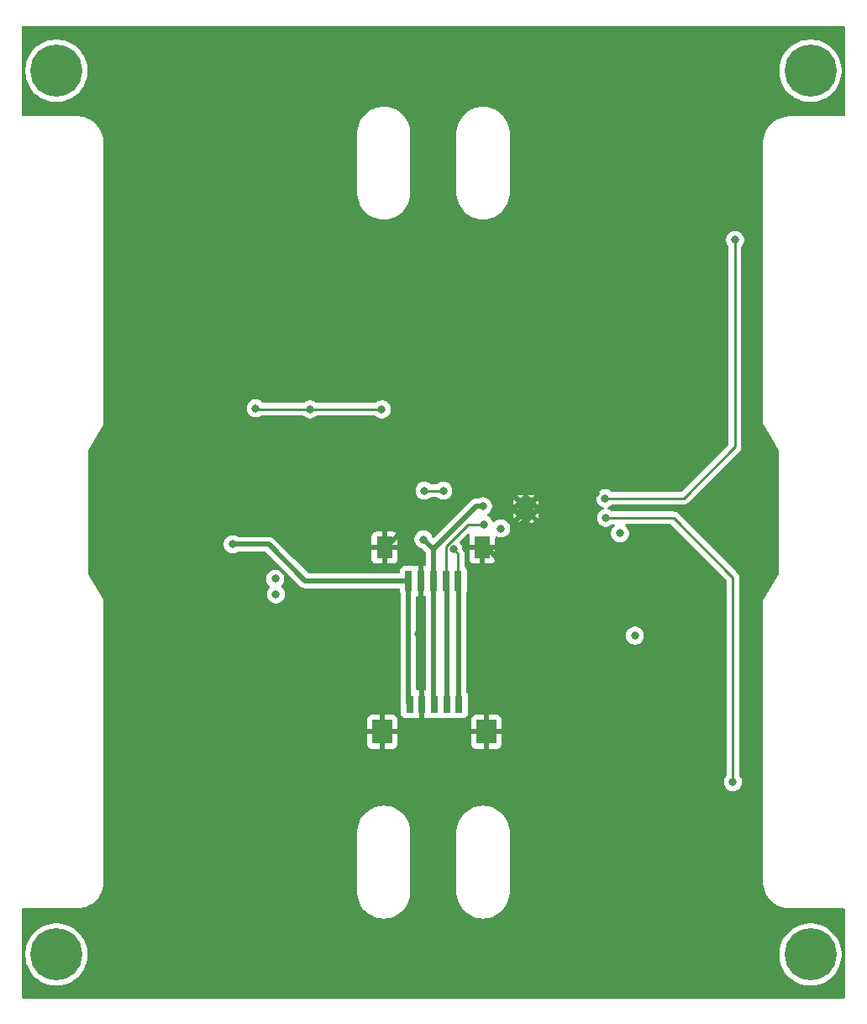
<source format=gbr>
%TF.GenerationSoftware,KiCad,Pcbnew,9.0.0*%
%TF.CreationDate,2025-04-09T20:42:11-07:00*%
%TF.ProjectId,xy_faces_v2,78795f66-6163-4657-935f-76322e6b6963,3.0*%
%TF.SameCoordinates,Original*%
%TF.FileFunction,Copper,L4,Bot*%
%TF.FilePolarity,Positive*%
%FSLAX46Y46*%
G04 Gerber Fmt 4.6, Leading zero omitted, Abs format (unit mm)*
G04 Created by KiCad (PCBNEW 9.0.0) date 2025-04-09 20:42:11*
%MOMM*%
%LPD*%
G01*
G04 APERTURE LIST*
%TA.AperFunction,SMDPad,CuDef*%
%ADD10R,0.730000X1.800000*%
%TD*%
%TA.AperFunction,SMDPad,CuDef*%
%ADD11R,0.700000X1.800000*%
%TD*%
%TA.AperFunction,SMDPad,CuDef*%
%ADD12R,2.000000X2.400000*%
%TD*%
%TA.AperFunction,SMDPad,CuDef*%
%ADD13R,0.700000X2.000000*%
%TD*%
%TA.AperFunction,SMDPad,CuDef*%
%ADD14R,1.600000X2.200000*%
%TD*%
%TA.AperFunction,ComponentPad*%
%ADD15C,5.250000*%
%TD*%
%TA.AperFunction,HeatsinkPad*%
%ADD16C,0.500000*%
%TD*%
%TA.AperFunction,HeatsinkPad*%
%ADD17R,1.600000X1.800000*%
%TD*%
%TA.AperFunction,ViaPad*%
%ADD18C,0.800000*%
%TD*%
%TA.AperFunction,Conductor*%
%ADD19C,0.500000*%
%TD*%
%TA.AperFunction,Conductor*%
%ADD20C,0.250000*%
%TD*%
G04 APERTURE END LIST*
D10*
%TO.P,CN2,1,1*%
%TO.N,SDA*%
X147085000Y-134100000D03*
D11*
%TO.P,CN2,2,2*%
%TO.N,SCL*%
X145850000Y-134100001D03*
%TO.P,CN2,3,3*%
%TO.N,+3V3*%
X144600000Y-134100000D03*
%TO.P,CN2,4,4*%
%TO.N,GND*%
X143350000Y-134100001D03*
%TO.P,CN2,5,5*%
%TO.N,VSOLAR*%
X142100000Y-134100000D03*
D12*
%TO.P,CN2,6,6*%
%TO.N,GND*%
X139349999Y-136880000D03*
%TO.P,CN2,7,7*%
X149850001Y-136880000D03*
%TD*%
D13*
%TO.P,CN1,1,1*%
%TO.N,SDA*%
X147000000Y-121660000D03*
%TO.P,CN1,2,2*%
%TO.N,SCL*%
X145750000Y-121660000D03*
%TO.P,CN1,3,3*%
%TO.N,+3V3*%
X144500000Y-121660000D03*
%TO.P,CN1,4,4*%
%TO.N,GND*%
X143250000Y-121660000D03*
%TO.P,CN1,5,5*%
%TO.N,VSOLAR*%
X142000000Y-121660000D03*
D14*
%TO.P,CN1,6,6*%
%TO.N,GND*%
X139580000Y-118340000D03*
%TO.P,CN1,7,7*%
X149420000Y-118340000D03*
%TD*%
D15*
%TO.P,J2,1,Pin_1*%
%TO.N,unconnected-(J2-Pin_1-Pad1)*%
X106500000Y-70300000D03*
%TD*%
%TO.P,J3,1,Pin_1*%
%TO.N,unconnected-(J3-Pin_1-Pad1)*%
X106500000Y-159300000D03*
%TD*%
%TO.P,J4,1,Pin_1*%
%TO.N,unconnected-(J4-Pin_1-Pad1)*%
X182500000Y-70300000D03*
%TD*%
%TO.P,J5,1,Pin_1*%
%TO.N,unconnected-(J5-Pin_1-Pad1)*%
X182500000Y-159300000D03*
%TD*%
D16*
%TO.P,U2,9,EP/GND*%
%TO.N,GND*%
X154375000Y-115070000D03*
X154375000Y-113770000D03*
D17*
X153825000Y-114420000D03*
D16*
X153275000Y-115070000D03*
X153275000Y-113770000D03*
%TD*%
D18*
%TO.N,+3V3*%
X143500000Y-117500000D03*
%TO.N,GND*%
X151000000Y-119500000D03*
X141000000Y-117000000D03*
X143000000Y-119425000D03*
X150000000Y-131000000D03*
X139500000Y-129500000D03*
X143000000Y-127000000D03*
X168000000Y-156390000D03*
X160825000Y-112900000D03*
X157100000Y-110000000D03*
X144450000Y-156250000D03*
X153400000Y-116000000D03*
X149675000Y-112100000D03*
X121120000Y-156220000D03*
X124150000Y-116450000D03*
X137912500Y-112600000D03*
X160750000Y-114500000D03*
%TO.N,+3V3*%
X143600000Y-112600000D03*
X139300000Y-104410000D03*
X149500000Y-114160000D03*
X151300000Y-116400000D03*
X163300000Y-116900000D03*
X126600000Y-104300000D03*
X132050000Y-104410000D03*
X145500000Y-112600000D03*
%TO.N,VSOLAR*%
X124270000Y-118000000D03*
%TO.N,SDA*%
X146500000Y-118500000D03*
X128560000Y-121470000D03*
%TO.N,SCL*%
X128630000Y-123030000D03*
X149600000Y-115990000D03*
%TO.N,Net-(U3-OUT+)*%
X161890000Y-115330000D03*
X174680000Y-141950000D03*
X161820000Y-113350000D03*
X164800000Y-127190000D03*
X174900000Y-87350000D03*
%TD*%
D19*
%TO.N,+3V3*%
X144500000Y-118500000D02*
X143500000Y-117500000D01*
X144500000Y-121660000D02*
X144500000Y-118500000D01*
X144500000Y-118500000D02*
X148840000Y-114160000D01*
X148840000Y-114160000D02*
X149500000Y-114160000D01*
%TO.N,GND*%
X143000000Y-127000000D02*
X143000000Y-130800000D01*
X143000000Y-130800000D02*
X143350000Y-131150000D01*
X143350000Y-131150000D02*
X143350000Y-134100001D01*
X139500000Y-129500000D02*
X139500000Y-131000000D01*
X139500000Y-131000000D02*
X139349999Y-131150001D01*
X139349999Y-131150001D02*
X139349999Y-136880000D01*
%TO.N,VSOLAR*%
X127930000Y-118000000D02*
X131590000Y-121660000D01*
X131590000Y-121660000D02*
X142000000Y-121660000D01*
D20*
%TO.N,SCL*%
X149600000Y-115990000D02*
X147983280Y-115990000D01*
X145750000Y-118223280D02*
X145750000Y-121660000D01*
X147983280Y-115990000D02*
X145750000Y-118223280D01*
%TO.N,SDA*%
X146500000Y-118500000D02*
X147000000Y-119000000D01*
X147000000Y-119000000D02*
X147000000Y-121660000D01*
D19*
%TO.N,GND*%
X149840000Y-118340000D02*
X151000000Y-119500000D01*
X149420000Y-118340000D02*
X149840000Y-118340000D01*
X139660000Y-118340000D02*
X141000000Y-117000000D01*
X139580000Y-118340000D02*
X139660000Y-118340000D01*
X143250000Y-119675000D02*
X143000000Y-119425000D01*
X143250000Y-121660000D02*
X143250000Y-119675000D01*
%TO.N,SDA*%
X147085000Y-134100000D02*
X147085000Y-121745000D01*
X147085000Y-121745000D02*
X147000000Y-121660000D01*
%TO.N,SCL*%
X145850000Y-134100001D02*
X145850000Y-121760000D01*
X145850000Y-121760000D02*
X145750000Y-121660000D01*
%TO.N,+3V3*%
X144600000Y-134100000D02*
X144500000Y-134000000D01*
X144500000Y-134000000D02*
X144500000Y-121660000D01*
%TO.N,GND*%
X149850001Y-131149999D02*
X150000000Y-131000000D01*
X149850001Y-136880000D02*
X149850001Y-131149999D01*
%TO.N,VSOLAR*%
X142000000Y-121660000D02*
X142000000Y-134000000D01*
X142000000Y-134000000D02*
X142100000Y-134100000D01*
D20*
%TO.N,+3V3*%
X139300000Y-104410000D02*
X132050000Y-104410000D01*
X132050000Y-104410000D02*
X126710000Y-104410000D01*
X126710000Y-104410000D02*
X126600000Y-104300000D01*
X143600000Y-112600000D02*
X145500000Y-112600000D01*
D19*
%TO.N,VSOLAR*%
X124270000Y-118000000D02*
X127930000Y-118000000D01*
D20*
%TO.N,Net-(U3-OUT+)*%
X161820000Y-113350000D02*
X169720000Y-113350000D01*
X169720000Y-113350000D02*
X174900000Y-108170000D01*
X174900000Y-108170000D02*
X174900000Y-87350000D01*
X174680000Y-121310000D02*
X174680000Y-141950000D01*
X168700000Y-115330000D02*
X174680000Y-121310000D01*
X161890000Y-115330000D02*
X168700000Y-115330000D01*
%TD*%
%TA.AperFunction,Conductor*%
%TO.N,GND*%
G36*
X185916621Y-65795502D02*
G01*
X185963114Y-65849158D01*
X185974500Y-65901500D01*
X185974500Y-74773500D01*
X185954498Y-74841621D01*
X185900842Y-74888114D01*
X185848500Y-74899500D01*
X180413112Y-74899500D01*
X180412427Y-74899498D01*
X180400600Y-74899433D01*
X180269453Y-74898720D01*
X180269452Y-74898720D01*
X180269447Y-74898720D01*
X180076259Y-74919477D01*
X179969787Y-74930918D01*
X179969783Y-74930918D01*
X179969781Y-74930919D01*
X179969775Y-74930920D01*
X179675661Y-74996622D01*
X179675645Y-74996626D01*
X179390770Y-75095007D01*
X179390758Y-75095012D01*
X179118766Y-75224817D01*
X178863092Y-75384407D01*
X178626999Y-75571746D01*
X178413483Y-75784456D01*
X178225255Y-76019835D01*
X178064696Y-76274911D01*
X177933861Y-76546415D01*
X177933859Y-76546422D01*
X177834402Y-76830918D01*
X177834397Y-76830932D01*
X177767583Y-77124802D01*
X177767582Y-77124809D01*
X177734250Y-77424355D01*
X177734475Y-77559392D01*
X177734500Y-77574446D01*
X177734500Y-105946971D01*
X177732735Y-105954293D01*
X177734500Y-105957179D01*
X177734500Y-105960564D01*
X177735738Y-105963554D01*
X177747635Y-105978659D01*
X178502617Y-107213220D01*
X179305993Y-108526915D01*
X179324500Y-108592650D01*
X179324500Y-120957348D01*
X179305993Y-121023084D01*
X177747632Y-123571344D01*
X177739823Y-123584113D01*
X177734500Y-123589438D01*
X177734500Y-123592819D01*
X177732734Y-123595707D01*
X177732230Y-123598906D01*
X177734500Y-123618003D01*
X177734500Y-151952482D01*
X177734225Y-152125650D01*
X177734225Y-152125652D01*
X177767574Y-152425179D01*
X177767575Y-152425187D01*
X177833273Y-152714067D01*
X177834410Y-152719067D01*
X177932134Y-152998571D01*
X177933886Y-153003580D01*
X178064724Y-153275068D01*
X178225285Y-153530133D01*
X178413508Y-153765503D01*
X178413514Y-153765510D01*
X178413515Y-153765511D01*
X178627031Y-153978221D01*
X178863120Y-154165562D01*
X179118786Y-154325154D01*
X179390783Y-154454971D01*
X179675656Y-154553366D01*
X179969791Y-154619090D01*
X180269452Y-154651307D01*
X180419585Y-154650502D01*
X180420261Y-154650500D01*
X185848500Y-154650500D01*
X185916621Y-154670502D01*
X185963114Y-154724158D01*
X185974500Y-154776500D01*
X185974500Y-163598500D01*
X185954498Y-163666621D01*
X185900842Y-163713114D01*
X185848500Y-163724500D01*
X103151500Y-163724500D01*
X103083379Y-163704498D01*
X103036886Y-163650842D01*
X103025500Y-163598500D01*
X103025500Y-159124024D01*
X103366500Y-159124024D01*
X103366500Y-159475975D01*
X103405906Y-159825711D01*
X103484223Y-160168837D01*
X103600455Y-160501010D01*
X103600466Y-160501037D01*
X103753163Y-160818116D01*
X103753168Y-160818125D01*
X103940414Y-161116124D01*
X104159844Y-161391283D01*
X104408716Y-161640155D01*
X104683875Y-161859585D01*
X104683877Y-161859586D01*
X104981879Y-162046834D01*
X105298972Y-162199538D01*
X105298988Y-162199543D01*
X105298989Y-162199544D01*
X105631162Y-162315776D01*
X105631165Y-162315776D01*
X105631169Y-162315778D01*
X105974292Y-162394094D01*
X106222284Y-162422036D01*
X106324024Y-162433500D01*
X106324026Y-162433500D01*
X106675976Y-162433500D01*
X106764795Y-162423492D01*
X107025708Y-162394094D01*
X107368831Y-162315778D01*
X107701028Y-162199538D01*
X108018121Y-162046834D01*
X108316123Y-161859586D01*
X108371155Y-161815699D01*
X108591283Y-161640155D01*
X108840155Y-161391283D01*
X109059585Y-161116124D01*
X109246831Y-160818125D01*
X109246834Y-160818121D01*
X109399538Y-160501028D01*
X109515778Y-160168831D01*
X109594094Y-159825708D01*
X109633500Y-159475974D01*
X109633500Y-159124026D01*
X109633500Y-159124024D01*
X179366500Y-159124024D01*
X179366500Y-159475975D01*
X179405906Y-159825711D01*
X179484223Y-160168837D01*
X179600455Y-160501010D01*
X179600466Y-160501037D01*
X179753163Y-160818116D01*
X179753168Y-160818125D01*
X179940414Y-161116124D01*
X180159844Y-161391283D01*
X180408716Y-161640155D01*
X180683875Y-161859585D01*
X180683877Y-161859586D01*
X180981879Y-162046834D01*
X181298972Y-162199538D01*
X181298988Y-162199543D01*
X181298989Y-162199544D01*
X181631162Y-162315776D01*
X181631165Y-162315776D01*
X181631169Y-162315778D01*
X181974292Y-162394094D01*
X182222284Y-162422036D01*
X182324024Y-162433500D01*
X182324026Y-162433500D01*
X182675976Y-162433500D01*
X182764795Y-162423492D01*
X183025708Y-162394094D01*
X183368831Y-162315778D01*
X183701028Y-162199538D01*
X184018121Y-162046834D01*
X184316123Y-161859586D01*
X184371155Y-161815699D01*
X184591283Y-161640155D01*
X184840155Y-161391283D01*
X185059585Y-161116124D01*
X185246831Y-160818125D01*
X185246834Y-160818121D01*
X185399538Y-160501028D01*
X185515778Y-160168831D01*
X185594094Y-159825708D01*
X185633500Y-159475974D01*
X185633500Y-159124026D01*
X185594094Y-158774292D01*
X185515778Y-158431169D01*
X185399538Y-158098972D01*
X185246834Y-157781879D01*
X185059586Y-157483877D01*
X185059585Y-157483875D01*
X184840155Y-157208716D01*
X184591283Y-156959844D01*
X184316124Y-156740414D01*
X184018125Y-156553168D01*
X184018116Y-156553163D01*
X183701037Y-156400466D01*
X183701032Y-156400464D01*
X183701028Y-156400462D01*
X183701022Y-156400459D01*
X183701010Y-156400455D01*
X183368837Y-156284223D01*
X183025711Y-156205906D01*
X182675976Y-156166500D01*
X182675974Y-156166500D01*
X182324026Y-156166500D01*
X182324024Y-156166500D01*
X181974288Y-156205906D01*
X181631162Y-156284223D01*
X181298989Y-156400455D01*
X181298962Y-156400466D01*
X180981883Y-156553163D01*
X180981874Y-156553168D01*
X180683875Y-156740414D01*
X180408716Y-156959844D01*
X180159844Y-157208716D01*
X179940414Y-157483875D01*
X179753168Y-157781874D01*
X179753163Y-157781883D01*
X179600466Y-158098962D01*
X179600455Y-158098989D01*
X179484223Y-158431162D01*
X179405906Y-158774288D01*
X179366500Y-159124024D01*
X109633500Y-159124024D01*
X109594094Y-158774292D01*
X109515778Y-158431169D01*
X109399538Y-158098972D01*
X109246834Y-157781879D01*
X109059586Y-157483877D01*
X109059585Y-157483875D01*
X108840155Y-157208716D01*
X108591283Y-156959844D01*
X108316124Y-156740414D01*
X108018125Y-156553168D01*
X108018116Y-156553163D01*
X107701037Y-156400466D01*
X107701032Y-156400464D01*
X107701028Y-156400462D01*
X107701022Y-156400459D01*
X107701010Y-156400455D01*
X107368837Y-156284223D01*
X107025711Y-156205906D01*
X106675976Y-156166500D01*
X106675974Y-156166500D01*
X106324026Y-156166500D01*
X106324024Y-156166500D01*
X105974288Y-156205906D01*
X105631162Y-156284223D01*
X105298989Y-156400455D01*
X105298962Y-156400466D01*
X104981883Y-156553163D01*
X104981874Y-156553168D01*
X104683875Y-156740414D01*
X104408716Y-156959844D01*
X104159844Y-157208716D01*
X103940414Y-157483875D01*
X103753168Y-157781874D01*
X103753163Y-157781883D01*
X103600466Y-158098962D01*
X103600455Y-158098989D01*
X103484223Y-158431162D01*
X103405906Y-158774288D01*
X103366500Y-159124024D01*
X103025500Y-159124024D01*
X103025500Y-154771500D01*
X103045502Y-154703379D01*
X103099158Y-154656886D01*
X103151500Y-154645500D01*
X108579855Y-154645500D01*
X108586765Y-154645500D01*
X108587445Y-154645502D01*
X108588434Y-154645507D01*
X108730547Y-154646275D01*
X109030208Y-154614068D01*
X109226298Y-154570257D01*
X109324340Y-154548353D01*
X109324343Y-154548352D01*
X109373203Y-154531477D01*
X109609218Y-154449964D01*
X109881216Y-154320151D01*
X110136883Y-154160562D01*
X110372972Y-153973224D01*
X110586488Y-153760514D01*
X110774717Y-153525134D01*
X110935271Y-153270073D01*
X111066112Y-152998568D01*
X111165577Y-152714067D01*
X111232403Y-152420182D01*
X111265744Y-152120645D01*
X111265500Y-151970567D01*
X111265500Y-146844167D01*
X136824500Y-146844167D01*
X136824500Y-153155832D01*
X136860681Y-153465378D01*
X136860682Y-153465384D01*
X136876028Y-153530133D01*
X136930629Y-153760513D01*
X136932557Y-153768645D01*
X136932558Y-153768650D01*
X137039146Y-154061497D01*
X137039151Y-154061509D01*
X137179024Y-154340021D01*
X137350279Y-154600400D01*
X137550610Y-154839147D01*
X137777310Y-155053028D01*
X137920893Y-155159921D01*
X138027297Y-155239136D01*
X138297203Y-155394966D01*
X138583374Y-155518408D01*
X138881942Y-155607793D01*
X139188867Y-155661913D01*
X139500000Y-155680034D01*
X139811133Y-155661913D01*
X140118058Y-155607793D01*
X140416626Y-155518408D01*
X140702797Y-155394966D01*
X140972703Y-155239136D01*
X141222693Y-155053025D01*
X141449386Y-154839151D01*
X141649717Y-154600405D01*
X141820978Y-154340017D01*
X141960850Y-154061507D01*
X142067444Y-153768642D01*
X142139318Y-153465383D01*
X142175500Y-153155830D01*
X142175500Y-153000000D01*
X142175500Y-152991715D01*
X142175500Y-146989438D01*
X142175500Y-146844170D01*
X142175500Y-146844167D01*
X146824500Y-146844167D01*
X146824500Y-153155832D01*
X146860681Y-153465378D01*
X146860682Y-153465384D01*
X146876028Y-153530133D01*
X146930629Y-153760513D01*
X146932557Y-153768645D01*
X146932558Y-153768650D01*
X147039146Y-154061497D01*
X147039151Y-154061509D01*
X147179024Y-154340021D01*
X147350279Y-154600400D01*
X147550610Y-154839147D01*
X147777310Y-155053028D01*
X147920893Y-155159921D01*
X148027297Y-155239136D01*
X148297203Y-155394966D01*
X148583374Y-155518408D01*
X148881942Y-155607793D01*
X149188867Y-155661913D01*
X149500000Y-155680034D01*
X149811133Y-155661913D01*
X150118058Y-155607793D01*
X150416626Y-155518408D01*
X150702797Y-155394966D01*
X150972703Y-155239136D01*
X151222693Y-155053025D01*
X151449386Y-154839151D01*
X151649717Y-154600405D01*
X151820978Y-154340017D01*
X151960850Y-154061507D01*
X152067444Y-153768642D01*
X152139318Y-153465383D01*
X152175500Y-153155830D01*
X152175500Y-153000000D01*
X152175500Y-152991715D01*
X152175500Y-146989438D01*
X152175500Y-146844170D01*
X152139318Y-146534617D01*
X152067444Y-146231358D01*
X151960850Y-145938493D01*
X151820978Y-145659983D01*
X151820975Y-145659978D01*
X151649720Y-145399599D01*
X151449389Y-145160852D01*
X151222689Y-144946971D01*
X150972718Y-144760875D01*
X150972715Y-144760873D01*
X150972703Y-144760864D01*
X150702797Y-144605034D01*
X150702798Y-144605034D01*
X150702794Y-144605032D01*
X150416633Y-144481595D01*
X150416632Y-144481594D01*
X150416626Y-144481592D01*
X150118058Y-144392207D01*
X150118059Y-144392207D01*
X150023309Y-144375500D01*
X149811133Y-144338087D01*
X149811129Y-144338086D01*
X149811125Y-144338086D01*
X149500000Y-144319966D01*
X149188877Y-144338086D01*
X149188871Y-144338086D01*
X148881941Y-144392207D01*
X148754360Y-144430402D01*
X148583374Y-144481592D01*
X148583372Y-144481593D01*
X148583366Y-144481595D01*
X148297205Y-144605032D01*
X148297200Y-144605035D01*
X148027308Y-144760857D01*
X148027281Y-144760875D01*
X147777310Y-144946971D01*
X147550610Y-145160852D01*
X147350279Y-145399599D01*
X147179024Y-145659978D01*
X147039151Y-145938490D01*
X147039146Y-145938502D01*
X146932558Y-146231349D01*
X146932557Y-146231354D01*
X146860682Y-146534615D01*
X146860681Y-146534621D01*
X146824500Y-146844167D01*
X142175500Y-146844167D01*
X142139318Y-146534617D01*
X142067444Y-146231358D01*
X141960850Y-145938493D01*
X141820978Y-145659983D01*
X141820975Y-145659978D01*
X141649720Y-145399599D01*
X141449389Y-145160852D01*
X141222689Y-144946971D01*
X140972718Y-144760875D01*
X140972715Y-144760873D01*
X140972703Y-144760864D01*
X140702797Y-144605034D01*
X140702798Y-144605034D01*
X140702794Y-144605032D01*
X140416633Y-144481595D01*
X140416632Y-144481594D01*
X140416626Y-144481592D01*
X140118058Y-144392207D01*
X140118059Y-144392207D01*
X140023309Y-144375500D01*
X139811133Y-144338087D01*
X139811129Y-144338086D01*
X139811125Y-144338086D01*
X139500000Y-144319966D01*
X139188877Y-144338086D01*
X139188871Y-144338086D01*
X138881941Y-144392207D01*
X138754360Y-144430402D01*
X138583374Y-144481592D01*
X138583372Y-144481593D01*
X138583366Y-144481595D01*
X138297205Y-144605032D01*
X138297200Y-144605035D01*
X138027308Y-144760857D01*
X138027281Y-144760875D01*
X137777310Y-144946971D01*
X137550610Y-145160852D01*
X137350279Y-145399599D01*
X137179024Y-145659978D01*
X137039151Y-145938490D01*
X137039146Y-145938502D01*
X136932558Y-146231349D01*
X136932557Y-146231354D01*
X136860682Y-146534615D01*
X136860681Y-146534621D01*
X136824500Y-146844167D01*
X111265500Y-146844167D01*
X111265500Y-138128597D01*
X137841999Y-138128597D01*
X137848504Y-138189093D01*
X137899554Y-138325964D01*
X137899554Y-138325965D01*
X137987094Y-138442904D01*
X138104033Y-138530444D01*
X138240905Y-138581494D01*
X138301401Y-138587999D01*
X138301414Y-138588000D01*
X139095999Y-138588000D01*
X139603999Y-138588000D01*
X140398584Y-138588000D01*
X140398596Y-138587999D01*
X140459092Y-138581494D01*
X140595963Y-138530444D01*
X140595964Y-138530444D01*
X140712903Y-138442904D01*
X140800443Y-138325965D01*
X140800443Y-138325964D01*
X140851493Y-138189093D01*
X140857998Y-138128597D01*
X148342001Y-138128597D01*
X148348506Y-138189093D01*
X148399556Y-138325964D01*
X148399556Y-138325965D01*
X148487096Y-138442904D01*
X148604035Y-138530444D01*
X148740907Y-138581494D01*
X148801403Y-138587999D01*
X148801416Y-138588000D01*
X149596001Y-138588000D01*
X150104001Y-138588000D01*
X150898586Y-138588000D01*
X150898598Y-138587999D01*
X150959094Y-138581494D01*
X151095965Y-138530444D01*
X151095966Y-138530444D01*
X151212905Y-138442904D01*
X151300445Y-138325965D01*
X151300445Y-138325964D01*
X151351495Y-138189093D01*
X151358000Y-138128597D01*
X151358001Y-138128585D01*
X151358001Y-137134000D01*
X150104001Y-137134000D01*
X150104001Y-138588000D01*
X149596001Y-138588000D01*
X149596001Y-137134000D01*
X148342001Y-137134000D01*
X148342001Y-138128597D01*
X140857998Y-138128597D01*
X140857999Y-138128585D01*
X140857999Y-137134000D01*
X139603999Y-137134000D01*
X139603999Y-138588000D01*
X139095999Y-138588000D01*
X139095999Y-137134000D01*
X137841999Y-137134000D01*
X137841999Y-138128597D01*
X111265500Y-138128597D01*
X111265500Y-135631402D01*
X137841999Y-135631402D01*
X137841999Y-136626000D01*
X139095999Y-136626000D01*
X139603999Y-136626000D01*
X140857999Y-136626000D01*
X140857999Y-135631414D01*
X140857998Y-135631402D01*
X148342001Y-135631402D01*
X148342001Y-136626000D01*
X149596001Y-136626000D01*
X150104001Y-136626000D01*
X151358001Y-136626000D01*
X151358001Y-135631414D01*
X151358000Y-135631402D01*
X151351495Y-135570906D01*
X151300445Y-135434035D01*
X151300445Y-135434034D01*
X151212905Y-135317095D01*
X151095966Y-135229555D01*
X150959094Y-135178505D01*
X150898598Y-135172000D01*
X150104001Y-135172000D01*
X150104001Y-136626000D01*
X149596001Y-136626000D01*
X149596001Y-135172000D01*
X148801403Y-135172000D01*
X148740907Y-135178505D01*
X148604036Y-135229555D01*
X148604035Y-135229555D01*
X148487096Y-135317095D01*
X148399556Y-135434034D01*
X148399556Y-135434035D01*
X148348506Y-135570906D01*
X148342001Y-135631402D01*
X140857998Y-135631402D01*
X140851493Y-135570906D01*
X140800443Y-135434035D01*
X140800443Y-135434034D01*
X140712903Y-135317095D01*
X140595964Y-135229555D01*
X140459092Y-135178505D01*
X140398596Y-135172000D01*
X139603999Y-135172000D01*
X139603999Y-136626000D01*
X139095999Y-136626000D01*
X139095999Y-135172000D01*
X138301401Y-135172000D01*
X138240905Y-135178505D01*
X138104034Y-135229555D01*
X138104033Y-135229555D01*
X137987094Y-135317095D01*
X137899554Y-135434034D01*
X137899554Y-135434035D01*
X137848504Y-135570906D01*
X137841999Y-135631402D01*
X111265500Y-135631402D01*
X111265500Y-123598028D01*
X111267265Y-123590707D01*
X111265500Y-123587820D01*
X111265500Y-123584438D01*
X111265500Y-123584437D01*
X111264260Y-123581444D01*
X111252363Y-123566339D01*
X109952066Y-121440067D01*
X109915649Y-121380518D01*
X127651500Y-121380518D01*
X127651500Y-121559481D01*
X127664452Y-121624594D01*
X127686413Y-121735000D01*
X127754898Y-121900336D01*
X127854322Y-122049135D01*
X127980865Y-122175678D01*
X127984279Y-122177959D01*
X128029805Y-122232437D01*
X128038651Y-122302881D01*
X128008008Y-122366924D01*
X128003370Y-122371817D01*
X127924320Y-122450867D01*
X127924319Y-122450869D01*
X127824899Y-122599662D01*
X127756414Y-122764996D01*
X127756413Y-122764999D01*
X127756413Y-122765000D01*
X127754052Y-122776868D01*
X127721500Y-122940518D01*
X127721500Y-122940521D01*
X127721500Y-123119479D01*
X127756413Y-123295000D01*
X127824898Y-123460336D01*
X127924322Y-123609135D01*
X128050865Y-123735678D01*
X128199664Y-123835102D01*
X128365000Y-123903587D01*
X128540521Y-123938500D01*
X128540522Y-123938500D01*
X128719478Y-123938500D01*
X128719479Y-123938500D01*
X128895000Y-123903587D01*
X129060336Y-123835102D01*
X129209135Y-123735678D01*
X129335678Y-123609135D01*
X129435102Y-123460336D01*
X129503587Y-123295000D01*
X129538500Y-123119479D01*
X129538500Y-122940521D01*
X129503587Y-122765000D01*
X129435102Y-122599664D01*
X129335678Y-122450865D01*
X129209135Y-122324322D01*
X129209133Y-122324320D01*
X129209130Y-122324318D01*
X129205723Y-122322042D01*
X129160195Y-122267565D01*
X129151348Y-122197122D01*
X129181989Y-122133078D01*
X129186593Y-122128219D01*
X129265678Y-122049135D01*
X129365102Y-121900336D01*
X129433587Y-121735000D01*
X129468500Y-121559479D01*
X129468500Y-121380521D01*
X129433587Y-121205000D01*
X129365102Y-121039664D01*
X129265678Y-120890865D01*
X129139135Y-120764322D01*
X128990336Y-120664898D01*
X128861061Y-120611350D01*
X128825003Y-120596414D01*
X128825001Y-120596413D01*
X128825000Y-120596413D01*
X128736645Y-120578838D01*
X128649481Y-120561500D01*
X128649479Y-120561500D01*
X128470521Y-120561500D01*
X128470518Y-120561500D01*
X128339771Y-120587507D01*
X128295000Y-120596413D01*
X128294999Y-120596413D01*
X128294996Y-120596414D01*
X128129662Y-120664899D01*
X127980869Y-120764319D01*
X127980862Y-120764324D01*
X127854324Y-120890862D01*
X127854319Y-120890869D01*
X127754899Y-121039662D01*
X127686414Y-121204996D01*
X127651500Y-121380518D01*
X109915649Y-121380518D01*
X109694007Y-121018084D01*
X109675500Y-120952348D01*
X109675500Y-117910518D01*
X123361500Y-117910518D01*
X123361500Y-117910521D01*
X123361500Y-118089479D01*
X123396413Y-118265000D01*
X123464898Y-118430336D01*
X123564322Y-118579135D01*
X123690865Y-118705678D01*
X123839664Y-118805102D01*
X124005000Y-118873587D01*
X124180521Y-118908500D01*
X124180522Y-118908500D01*
X124359478Y-118908500D01*
X124359479Y-118908500D01*
X124535000Y-118873587D01*
X124700336Y-118805102D01*
X124738300Y-118779734D01*
X124806053Y-118758520D01*
X124808302Y-118758500D01*
X127563629Y-118758500D01*
X127631750Y-118778502D01*
X127652724Y-118795405D01*
X131106477Y-122249159D01*
X131106481Y-122249162D01*
X131106485Y-122249166D01*
X131172836Y-122293500D01*
X131172837Y-122293501D01*
X131201776Y-122312837D01*
X131230716Y-122332174D01*
X131368754Y-122389351D01*
X131515294Y-122418500D01*
X131515295Y-122418500D01*
X131664705Y-122418500D01*
X141015500Y-122418500D01*
X141083621Y-122438502D01*
X141130114Y-122492158D01*
X141141500Y-122544500D01*
X141141500Y-122708649D01*
X141148009Y-122769196D01*
X141148011Y-122769201D01*
X141199111Y-122906204D01*
X141216367Y-122929255D01*
X141241179Y-122995774D01*
X141241500Y-123004765D01*
X141241500Y-135048649D01*
X141248009Y-135109196D01*
X141248011Y-135109204D01*
X141299110Y-135246202D01*
X141299112Y-135246207D01*
X141386738Y-135363261D01*
X141503792Y-135450887D01*
X141503794Y-135450888D01*
X141503796Y-135450889D01*
X141534036Y-135462168D01*
X141640795Y-135501988D01*
X141640803Y-135501990D01*
X141701350Y-135508499D01*
X141701355Y-135508499D01*
X141701362Y-135508500D01*
X141701368Y-135508500D01*
X142498632Y-135508500D01*
X142498638Y-135508500D01*
X142498645Y-135508499D01*
X142498649Y-135508499D01*
X142559196Y-135501990D01*
X142559199Y-135501989D01*
X142559201Y-135501989D01*
X142559204Y-135501988D01*
X142681681Y-135456306D01*
X142752497Y-135451240D01*
X142769747Y-135456305D01*
X142890907Y-135501495D01*
X142951402Y-135508000D01*
X142951415Y-135508001D01*
X143096000Y-135508001D01*
X143096000Y-132692001D01*
X142951397Y-132692001D01*
X142897968Y-132697746D01*
X142828100Y-132685140D01*
X142776138Y-132636762D01*
X142758500Y-132572468D01*
X142758500Y-123294000D01*
X142778502Y-123225879D01*
X142832158Y-123179386D01*
X142884500Y-123168000D01*
X142996000Y-123168000D01*
X142996000Y-120152000D01*
X142851402Y-120152000D01*
X142790905Y-120158505D01*
X142669746Y-120203695D01*
X142598930Y-120208759D01*
X142581681Y-120203694D01*
X142459204Y-120158011D01*
X142459196Y-120158009D01*
X142398649Y-120151500D01*
X142398638Y-120151500D01*
X141601362Y-120151500D01*
X141601350Y-120151500D01*
X141540803Y-120158009D01*
X141540795Y-120158011D01*
X141403797Y-120209110D01*
X141403792Y-120209112D01*
X141286738Y-120296738D01*
X141199112Y-120413792D01*
X141199110Y-120413797D01*
X141148011Y-120550795D01*
X141148009Y-120550803D01*
X141141500Y-120611350D01*
X141141500Y-120775500D01*
X141121498Y-120843621D01*
X141067842Y-120890114D01*
X141015500Y-120901500D01*
X131956371Y-120901500D01*
X131888250Y-120881498D01*
X131867276Y-120864595D01*
X130491278Y-119488597D01*
X138272000Y-119488597D01*
X138278505Y-119549093D01*
X138329555Y-119685964D01*
X138329555Y-119685965D01*
X138417095Y-119802904D01*
X138534034Y-119890444D01*
X138670906Y-119941494D01*
X138731402Y-119947999D01*
X138731415Y-119948000D01*
X139326000Y-119948000D01*
X139834000Y-119948000D01*
X140428585Y-119948000D01*
X140428597Y-119947999D01*
X140489093Y-119941494D01*
X140625964Y-119890444D01*
X140625965Y-119890444D01*
X140742904Y-119802904D01*
X140830444Y-119685965D01*
X140830444Y-119685964D01*
X140881494Y-119549093D01*
X140887999Y-119488597D01*
X140888000Y-119488585D01*
X140888000Y-118594000D01*
X139834000Y-118594000D01*
X139834000Y-119948000D01*
X139326000Y-119948000D01*
X139326000Y-118594000D01*
X138272000Y-118594000D01*
X138272000Y-119488597D01*
X130491278Y-119488597D01*
X128413519Y-117410838D01*
X128413515Y-117410834D01*
X128289284Y-117327826D01*
X128151247Y-117270649D01*
X128077976Y-117256074D01*
X128077975Y-117256073D01*
X128004711Y-117241500D01*
X128004706Y-117241500D01*
X124808302Y-117241500D01*
X124740181Y-117221498D01*
X124738300Y-117220265D01*
X124700337Y-117194899D01*
X124700338Y-117194899D01*
X124700336Y-117194898D01*
X124691896Y-117191402D01*
X138272000Y-117191402D01*
X138272000Y-118086000D01*
X139326000Y-118086000D01*
X139834000Y-118086000D01*
X140888000Y-118086000D01*
X140888000Y-117410518D01*
X142591500Y-117410518D01*
X142591500Y-117589481D01*
X142608838Y-117676645D01*
X142623061Y-117748150D01*
X142626414Y-117765003D01*
X142638559Y-117794322D01*
X142694898Y-117930336D01*
X142794322Y-118079135D01*
X142920865Y-118205678D01*
X143069664Y-118305102D01*
X143235000Y-118373587D01*
X143279783Y-118382494D01*
X143342692Y-118415401D01*
X143344297Y-118416978D01*
X143704595Y-118777276D01*
X143738621Y-118839588D01*
X143741500Y-118866371D01*
X143741500Y-120026000D01*
X143721498Y-120094121D01*
X143667842Y-120140614D01*
X143615500Y-120152000D01*
X143504000Y-120152000D01*
X143504000Y-123168000D01*
X143615500Y-123168000D01*
X143683621Y-123188002D01*
X143730114Y-123241658D01*
X143741500Y-123294000D01*
X143741500Y-132566001D01*
X143721498Y-132634122D01*
X143667842Y-132680615D01*
X143615500Y-132692001D01*
X143604000Y-132692001D01*
X143604000Y-135508001D01*
X143748585Y-135508001D01*
X143748597Y-135508000D01*
X143809092Y-135501495D01*
X143930253Y-135456305D01*
X144001069Y-135451240D01*
X144018319Y-135456306D01*
X144140795Y-135501988D01*
X144140803Y-135501990D01*
X144201350Y-135508499D01*
X144201355Y-135508499D01*
X144201362Y-135508500D01*
X144201368Y-135508500D01*
X144998632Y-135508500D01*
X144998638Y-135508500D01*
X144998645Y-135508499D01*
X144998649Y-135508499D01*
X145059196Y-135501990D01*
X145059201Y-135501989D01*
X145060525Y-135501495D01*
X145180968Y-135456571D01*
X145251780Y-135451506D01*
X145269022Y-135456569D01*
X145351824Y-135487453D01*
X145390798Y-135501990D01*
X145390803Y-135501991D01*
X145451350Y-135508500D01*
X145451355Y-135508500D01*
X145451362Y-135508501D01*
X145451368Y-135508501D01*
X146248632Y-135508501D01*
X146248638Y-135508501D01*
X146248645Y-135508500D01*
X146248649Y-135508500D01*
X146309196Y-135501991D01*
X146309199Y-135501990D01*
X146309201Y-135501990D01*
X146309204Y-135501989D01*
X146415968Y-135462168D01*
X146486784Y-135457102D01*
X146504030Y-135462165D01*
X146610799Y-135501989D01*
X146610802Y-135501989D01*
X146610803Y-135501990D01*
X146671350Y-135508499D01*
X146671355Y-135508499D01*
X146671362Y-135508500D01*
X146671368Y-135508500D01*
X147498632Y-135508500D01*
X147498638Y-135508500D01*
X147498645Y-135508499D01*
X147498649Y-135508499D01*
X147552063Y-135502757D01*
X147559196Y-135501990D01*
X147559199Y-135501989D01*
X147559201Y-135501989D01*
X147560526Y-135501495D01*
X147578045Y-135494960D01*
X147696204Y-135450889D01*
X147718719Y-135434035D01*
X147813261Y-135363261D01*
X147900887Y-135246207D01*
X147900887Y-135246206D01*
X147900889Y-135246204D01*
X147951989Y-135109201D01*
X147958500Y-135048638D01*
X147958500Y-133151362D01*
X147958499Y-133151350D01*
X147951990Y-133090803D01*
X147951988Y-133090795D01*
X147900889Y-132953797D01*
X147900887Y-132953792D01*
X147868632Y-132910705D01*
X147843821Y-132844185D01*
X147843500Y-132835196D01*
X147843500Y-127100518D01*
X163891500Y-127100518D01*
X163891500Y-127100521D01*
X163891500Y-127279479D01*
X163926413Y-127455000D01*
X163994898Y-127620336D01*
X164094322Y-127769135D01*
X164220865Y-127895678D01*
X164369664Y-127995102D01*
X164535000Y-128063587D01*
X164710521Y-128098500D01*
X164710522Y-128098500D01*
X164889478Y-128098500D01*
X164889479Y-128098500D01*
X165065000Y-128063587D01*
X165230336Y-127995102D01*
X165379135Y-127895678D01*
X165505678Y-127769135D01*
X165605102Y-127620336D01*
X165673587Y-127455000D01*
X165708500Y-127279479D01*
X165708500Y-127100521D01*
X165673587Y-126925000D01*
X165605102Y-126759664D01*
X165505678Y-126610865D01*
X165379135Y-126484322D01*
X165230336Y-126384898D01*
X165113429Y-126336473D01*
X165065003Y-126316414D01*
X165065001Y-126316413D01*
X165065000Y-126316413D01*
X164976645Y-126298838D01*
X164889481Y-126281500D01*
X164889479Y-126281500D01*
X164710521Y-126281500D01*
X164710518Y-126281500D01*
X164579771Y-126307507D01*
X164535000Y-126316413D01*
X164534999Y-126316413D01*
X164534996Y-126316414D01*
X164369662Y-126384899D01*
X164220869Y-126484319D01*
X164220862Y-126484324D01*
X164094324Y-126610862D01*
X164094319Y-126610869D01*
X163994899Y-126759662D01*
X163926414Y-126924996D01*
X163891500Y-127100518D01*
X147843500Y-127100518D01*
X147843500Y-122814693D01*
X147850319Y-122776901D01*
X147850177Y-122776868D01*
X147850803Y-122774218D01*
X147851446Y-122770656D01*
X147851989Y-122769201D01*
X147852442Y-122764996D01*
X147858499Y-122708649D01*
X147858500Y-122708632D01*
X147858500Y-120611367D01*
X147858499Y-120611350D01*
X147851990Y-120550803D01*
X147851988Y-120550795D01*
X147800889Y-120413797D01*
X147800887Y-120413792D01*
X147713261Y-120296738D01*
X147683990Y-120274826D01*
X147641444Y-120217990D01*
X147633500Y-120173959D01*
X147633500Y-119488597D01*
X148112000Y-119488597D01*
X148118505Y-119549093D01*
X148169555Y-119685964D01*
X148169555Y-119685965D01*
X148257095Y-119802904D01*
X148374034Y-119890444D01*
X148510906Y-119941494D01*
X148571402Y-119947999D01*
X148571415Y-119948000D01*
X149166000Y-119948000D01*
X149674000Y-119948000D01*
X150268585Y-119948000D01*
X150268597Y-119947999D01*
X150329093Y-119941494D01*
X150465964Y-119890444D01*
X150465965Y-119890444D01*
X150582904Y-119802904D01*
X150670444Y-119685965D01*
X150670444Y-119685964D01*
X150721494Y-119549093D01*
X150727999Y-119488597D01*
X150728000Y-119488585D01*
X150728000Y-118594000D01*
X149674000Y-118594000D01*
X149674000Y-119948000D01*
X149166000Y-119948000D01*
X149166000Y-118594000D01*
X148112000Y-118594000D01*
X148112000Y-119488597D01*
X147633500Y-119488597D01*
X147633500Y-118937607D01*
X147633499Y-118937603D01*
X147627710Y-118908499D01*
X147609155Y-118815215D01*
X147596507Y-118784680D01*
X147561401Y-118699925D01*
X147492072Y-118596167D01*
X147442914Y-118547009D01*
X147440574Y-118544392D01*
X147426775Y-118515383D01*
X147411379Y-118487188D01*
X147410799Y-118481798D01*
X147410077Y-118480279D01*
X147410380Y-118477902D01*
X147408500Y-118460405D01*
X147408500Y-118410522D01*
X147408499Y-118410518D01*
X147401153Y-118373587D01*
X147373587Y-118235000D01*
X147305102Y-118069664D01*
X147205678Y-117920865D01*
X147195331Y-117910518D01*
X147166092Y-117881278D01*
X147132067Y-117818966D01*
X147137133Y-117748150D01*
X147166089Y-117703093D01*
X147935121Y-116934061D01*
X147997430Y-116900039D01*
X148068246Y-116905104D01*
X148125081Y-116947651D01*
X148149892Y-117014171D01*
X148142269Y-117067192D01*
X148118505Y-117130905D01*
X148112000Y-117191402D01*
X148112000Y-118086000D01*
X150728000Y-118086000D01*
X150728000Y-117334995D01*
X150748002Y-117266874D01*
X150801658Y-117220381D01*
X150871932Y-117210277D01*
X150902219Y-117218587D01*
X151034992Y-117273584D01*
X151034993Y-117273584D01*
X151035000Y-117273587D01*
X151210521Y-117308500D01*
X151210522Y-117308500D01*
X151389478Y-117308500D01*
X151389479Y-117308500D01*
X151565000Y-117273587D01*
X151730336Y-117205102D01*
X151879135Y-117105678D01*
X152005678Y-116979135D01*
X152105102Y-116830336D01*
X152173587Y-116665000D01*
X152208500Y-116489479D01*
X152208500Y-116310521D01*
X152173587Y-116135000D01*
X152105102Y-115969664D01*
X152005678Y-115820865D01*
X151938513Y-115753700D01*
X152944852Y-115753700D01*
X153053901Y-115798870D01*
X153053900Y-115798870D01*
X153200340Y-115827999D01*
X153200344Y-115828000D01*
X153349656Y-115828000D01*
X153349662Y-115827999D01*
X153496098Y-115798871D01*
X153496101Y-115798870D01*
X153605147Y-115753700D01*
X154044852Y-115753700D01*
X154153901Y-115798870D01*
X154153900Y-115798870D01*
X154300340Y-115827999D01*
X154300344Y-115828000D01*
X154449656Y-115828000D01*
X154449662Y-115827999D01*
X154596098Y-115798871D01*
X154596101Y-115798870D01*
X154705147Y-115753700D01*
X154375001Y-115423554D01*
X154375000Y-115423554D01*
X154044852Y-115753700D01*
X153605147Y-115753700D01*
X153275001Y-115423554D01*
X153275000Y-115423554D01*
X152944852Y-115753700D01*
X151938513Y-115753700D01*
X151879135Y-115694322D01*
X151730336Y-115594898D01*
X151613429Y-115546473D01*
X151565003Y-115526414D01*
X151565001Y-115526413D01*
X151565000Y-115526413D01*
X151476645Y-115508838D01*
X151389481Y-115491500D01*
X151389479Y-115491500D01*
X151210521Y-115491500D01*
X151210518Y-115491500D01*
X151079771Y-115517507D01*
X151035000Y-115526413D01*
X151034999Y-115526413D01*
X151034996Y-115526414D01*
X150869662Y-115594899D01*
X150720869Y-115694319D01*
X150720867Y-115694320D01*
X150670368Y-115744819D01*
X150608055Y-115778844D01*
X150537239Y-115773778D01*
X150480404Y-115731231D01*
X150464864Y-115703942D01*
X150460880Y-115694324D01*
X150405102Y-115559664D01*
X150305678Y-115410865D01*
X150179135Y-115284322D01*
X150030336Y-115184898D01*
X150030337Y-115184898D01*
X150030335Y-115184897D01*
X150030331Y-115184895D01*
X149983324Y-115165424D01*
X149975284Y-115158945D01*
X149965325Y-115156213D01*
X149948107Y-115137045D01*
X149928043Y-115120876D01*
X149924781Y-115111076D01*
X149917882Y-115103395D01*
X149913760Y-115077962D01*
X149905623Y-115053512D01*
X149908176Y-115043506D01*
X149906525Y-115033313D01*
X149916809Y-115009685D01*
X149920471Y-114995340D01*
X152517000Y-114995340D01*
X152517000Y-115144659D01*
X152546131Y-115291108D01*
X152591297Y-115400146D01*
X152591298Y-115400147D01*
X152921446Y-115069999D01*
X152901556Y-115050109D01*
X153175000Y-115050109D01*
X153175000Y-115089891D01*
X153190224Y-115126645D01*
X153218355Y-115154776D01*
X153255109Y-115170000D01*
X153294891Y-115170000D01*
X153331645Y-115154776D01*
X153359776Y-115126645D01*
X153375000Y-115089891D01*
X153375000Y-115069999D01*
X153628554Y-115069999D01*
X153628554Y-115070001D01*
X153824999Y-115266446D01*
X153825001Y-115266446D01*
X154021446Y-115070001D01*
X154021446Y-115069999D01*
X154001556Y-115050109D01*
X154275000Y-115050109D01*
X154275000Y-115089891D01*
X154290224Y-115126645D01*
X154318355Y-115154776D01*
X154355109Y-115170000D01*
X154394891Y-115170000D01*
X154431645Y-115154776D01*
X154459776Y-115126645D01*
X154475000Y-115089891D01*
X154475000Y-115069999D01*
X154728554Y-115069999D01*
X154728554Y-115070001D01*
X155058700Y-115400147D01*
X155103870Y-115291101D01*
X155103871Y-115291098D01*
X155132999Y-115144662D01*
X155133000Y-115144655D01*
X155133000Y-114995344D01*
X155132999Y-114995340D01*
X155103870Y-114848900D01*
X155058700Y-114739852D01*
X154728554Y-115069999D01*
X154475000Y-115069999D01*
X154475000Y-115050109D01*
X154459776Y-115013355D01*
X154431645Y-114985224D01*
X154394891Y-114970000D01*
X154355109Y-114970000D01*
X154318355Y-114985224D01*
X154290224Y-115013355D01*
X154275000Y-115050109D01*
X154001556Y-115050109D01*
X153825001Y-114873554D01*
X153824999Y-114873554D01*
X153628554Y-115069999D01*
X153375000Y-115069999D01*
X153375000Y-115050109D01*
X153359776Y-115013355D01*
X153331645Y-114985224D01*
X153294891Y-114970000D01*
X153255109Y-114970000D01*
X153218355Y-114985224D01*
X153190224Y-115013355D01*
X153175000Y-115050109D01*
X152901556Y-115050109D01*
X152591298Y-114739851D01*
X152591297Y-114739851D01*
X152546131Y-114848893D01*
X152546129Y-114848898D01*
X152517000Y-114995340D01*
X149920471Y-114995340D01*
X149923182Y-114984721D01*
X149931493Y-114975952D01*
X149934861Y-114968216D01*
X149961542Y-114944251D01*
X150051129Y-114884391D01*
X150051129Y-114884390D01*
X150079135Y-114865678D01*
X150205678Y-114739135D01*
X150305102Y-114590336D01*
X150373587Y-114425000D01*
X150374582Y-114419999D01*
X152978554Y-114419999D01*
X152978554Y-114420001D01*
X153274999Y-114716446D01*
X153275001Y-114716446D01*
X153571446Y-114420001D01*
X153571446Y-114419999D01*
X154078554Y-114419999D01*
X154078554Y-114420001D01*
X154374999Y-114716446D01*
X154375001Y-114716446D01*
X154671446Y-114420001D01*
X154671446Y-114419999D01*
X154375001Y-114123554D01*
X154374999Y-114123554D01*
X154078554Y-114419999D01*
X153571446Y-114419999D01*
X153275001Y-114123554D01*
X153274999Y-114123554D01*
X152978554Y-114419999D01*
X150374582Y-114419999D01*
X150408500Y-114249479D01*
X150408500Y-114070521D01*
X150373587Y-113895000D01*
X150305102Y-113729664D01*
X150282168Y-113695340D01*
X152517000Y-113695340D01*
X152517000Y-113844659D01*
X152546131Y-113991108D01*
X152591297Y-114100146D01*
X152591298Y-114100147D01*
X152921446Y-113769999D01*
X152901556Y-113750109D01*
X153175000Y-113750109D01*
X153175000Y-113789891D01*
X153190224Y-113826645D01*
X153218355Y-113854776D01*
X153255109Y-113870000D01*
X153294891Y-113870000D01*
X153331645Y-113854776D01*
X153359776Y-113826645D01*
X153375000Y-113789891D01*
X153375000Y-113769999D01*
X153628554Y-113769999D01*
X153628554Y-113770001D01*
X153824999Y-113966446D01*
X153825001Y-113966446D01*
X154021446Y-113770001D01*
X154021446Y-113769999D01*
X154001556Y-113750109D01*
X154275000Y-113750109D01*
X154275000Y-113789891D01*
X154290224Y-113826645D01*
X154318355Y-113854776D01*
X154355109Y-113870000D01*
X154394891Y-113870000D01*
X154431645Y-113854776D01*
X154459776Y-113826645D01*
X154475000Y-113789891D01*
X154475000Y-113769999D01*
X154728554Y-113769999D01*
X154728554Y-113770001D01*
X155058700Y-114100147D01*
X155103870Y-113991101D01*
X155103871Y-113991098D01*
X155132999Y-113844662D01*
X155133000Y-113844655D01*
X155133000Y-113695344D01*
X155132999Y-113695340D01*
X155103870Y-113548900D01*
X155058700Y-113439852D01*
X154728554Y-113769999D01*
X154475000Y-113769999D01*
X154475000Y-113750109D01*
X154459776Y-113713355D01*
X154431645Y-113685224D01*
X154394891Y-113670000D01*
X154355109Y-113670000D01*
X154318355Y-113685224D01*
X154290224Y-113713355D01*
X154275000Y-113750109D01*
X154001556Y-113750109D01*
X153825001Y-113573554D01*
X153824999Y-113573554D01*
X153628554Y-113769999D01*
X153375000Y-113769999D01*
X153375000Y-113750109D01*
X153359776Y-113713355D01*
X153331645Y-113685224D01*
X153294891Y-113670000D01*
X153255109Y-113670000D01*
X153218355Y-113685224D01*
X153190224Y-113713355D01*
X153175000Y-113750109D01*
X152901556Y-113750109D01*
X152591298Y-113439851D01*
X152591297Y-113439851D01*
X152546131Y-113548893D01*
X152546129Y-113548898D01*
X152517000Y-113695340D01*
X150282168Y-113695340D01*
X150205678Y-113580865D01*
X150079135Y-113454322D01*
X149930336Y-113354898D01*
X149811502Y-113305675D01*
X149765003Y-113286414D01*
X149765001Y-113286413D01*
X149765000Y-113286413D01*
X149684522Y-113270405D01*
X149589482Y-113251500D01*
X149589479Y-113251500D01*
X149410521Y-113251500D01*
X149410518Y-113251500D01*
X149315478Y-113270405D01*
X149235000Y-113286413D01*
X149234999Y-113286413D01*
X149234996Y-113286414D01*
X149069662Y-113354899D01*
X149031700Y-113380265D01*
X148963947Y-113401480D01*
X148961698Y-113401500D01*
X148765290Y-113401500D01*
X148710527Y-113412394D01*
X148618752Y-113430649D01*
X148618747Y-113430651D01*
X148480716Y-113487826D01*
X148356486Y-113570833D01*
X148356480Y-113570838D01*
X144593153Y-117334165D01*
X144530841Y-117368191D01*
X144460025Y-117363126D01*
X144403190Y-117320579D01*
X144380479Y-117269651D01*
X144379927Y-117266874D01*
X144373587Y-117235000D01*
X144305102Y-117069664D01*
X144205678Y-116920865D01*
X144079135Y-116794322D01*
X143930336Y-116694898D01*
X143785721Y-116634996D01*
X143765003Y-116626414D01*
X143765001Y-116626413D01*
X143765000Y-116626413D01*
X143676645Y-116608838D01*
X143589481Y-116591500D01*
X143589479Y-116591500D01*
X143410521Y-116591500D01*
X143410518Y-116591500D01*
X143279771Y-116617507D01*
X143235000Y-116626413D01*
X143234999Y-116626413D01*
X143234996Y-116626414D01*
X143069662Y-116694899D01*
X142920869Y-116794319D01*
X142920862Y-116794324D01*
X142794324Y-116920862D01*
X142794319Y-116920869D01*
X142694899Y-117069662D01*
X142626414Y-117234996D01*
X142591500Y-117410518D01*
X140888000Y-117410518D01*
X140888000Y-117191414D01*
X140887999Y-117191402D01*
X140881494Y-117130906D01*
X140830444Y-116994035D01*
X140830444Y-116994034D01*
X140742904Y-116877095D01*
X140625965Y-116789555D01*
X140489093Y-116738505D01*
X140428597Y-116732000D01*
X139834000Y-116732000D01*
X139834000Y-118086000D01*
X139326000Y-118086000D01*
X139326000Y-116732000D01*
X138731402Y-116732000D01*
X138670906Y-116738505D01*
X138534035Y-116789555D01*
X138534034Y-116789555D01*
X138417095Y-116877095D01*
X138329555Y-116994034D01*
X138329555Y-116994035D01*
X138278505Y-117130906D01*
X138272000Y-117191402D01*
X124691896Y-117191402D01*
X124545845Y-117130905D01*
X124535003Y-117126414D01*
X124535001Y-117126413D01*
X124535000Y-117126413D01*
X124446645Y-117108838D01*
X124359481Y-117091500D01*
X124359479Y-117091500D01*
X124180521Y-117091500D01*
X124180518Y-117091500D01*
X124049771Y-117117507D01*
X124005000Y-117126413D01*
X124004999Y-117126413D01*
X124004996Y-117126414D01*
X123839662Y-117194899D01*
X123690869Y-117294319D01*
X123690862Y-117294324D01*
X123564324Y-117420862D01*
X123564319Y-117420869D01*
X123525391Y-117479130D01*
X123464898Y-117569664D01*
X123450716Y-117603902D01*
X123396414Y-117734996D01*
X123361500Y-117910518D01*
X109675500Y-117910518D01*
X109675500Y-112510518D01*
X142691500Y-112510518D01*
X142691500Y-112689481D01*
X142707688Y-112770862D01*
X142726413Y-112865000D01*
X142794898Y-113030336D01*
X142894322Y-113179135D01*
X143020865Y-113305678D01*
X143169664Y-113405102D01*
X143335000Y-113473587D01*
X143510521Y-113508500D01*
X143510522Y-113508500D01*
X143689478Y-113508500D01*
X143689479Y-113508500D01*
X143865000Y-113473587D01*
X144030336Y-113405102D01*
X144179135Y-113305678D01*
X144214408Y-113270405D01*
X144276720Y-113236379D01*
X144303503Y-113233500D01*
X144796497Y-113233500D01*
X144864618Y-113253502D01*
X144885592Y-113270405D01*
X144920865Y-113305678D01*
X145069664Y-113405102D01*
X145235000Y-113473587D01*
X145410521Y-113508500D01*
X145410522Y-113508500D01*
X145589478Y-113508500D01*
X145589479Y-113508500D01*
X145765000Y-113473587D01*
X145930336Y-113405102D01*
X146079135Y-113305678D01*
X146205678Y-113179135D01*
X146267710Y-113086297D01*
X152944851Y-113086297D01*
X152944851Y-113086298D01*
X153274999Y-113416446D01*
X153275000Y-113416446D01*
X153605147Y-113086298D01*
X153605146Y-113086297D01*
X154044851Y-113086297D01*
X154044851Y-113086298D01*
X154374999Y-113416446D01*
X154375000Y-113416446D01*
X154530927Y-113260518D01*
X160911500Y-113260518D01*
X160911500Y-113439481D01*
X160918284Y-113473585D01*
X160946413Y-113615000D01*
X161014898Y-113780336D01*
X161114322Y-113929135D01*
X161240865Y-114055678D01*
X161389664Y-114155102D01*
X161555000Y-114223587D01*
X161574640Y-114227493D01*
X161637549Y-114260400D01*
X161672682Y-114322094D01*
X161668882Y-114392989D01*
X161627357Y-114450576D01*
X161598278Y-114467480D01*
X161459669Y-114524895D01*
X161459664Y-114524897D01*
X161310869Y-114624319D01*
X161310862Y-114624324D01*
X161184324Y-114750862D01*
X161184319Y-114750869D01*
X161084899Y-114899662D01*
X161016414Y-115064996D01*
X160981500Y-115240518D01*
X160981500Y-115419481D01*
X160995826Y-115491500D01*
X161016413Y-115595000D01*
X161084898Y-115760336D01*
X161184322Y-115909135D01*
X161310865Y-116035678D01*
X161459664Y-116135102D01*
X161625000Y-116203587D01*
X161800521Y-116238500D01*
X161800522Y-116238500D01*
X161979478Y-116238500D01*
X161979479Y-116238500D01*
X162155000Y-116203587D01*
X162320336Y-116135102D01*
X162469135Y-116035678D01*
X162504408Y-116000405D01*
X162531776Y-115985460D01*
X162558005Y-115968604D01*
X162564303Y-115967698D01*
X162566720Y-115966379D01*
X162593503Y-115963500D01*
X162650948Y-115963500D01*
X162719069Y-115983502D01*
X162765562Y-116037158D01*
X162775666Y-116107432D01*
X162746172Y-116172012D01*
X162725523Y-116190230D01*
X162725655Y-116190391D01*
X162721147Y-116194090D01*
X162720951Y-116194264D01*
X162720871Y-116194316D01*
X162720862Y-116194324D01*
X162594324Y-116320862D01*
X162594322Y-116320865D01*
X162494898Y-116469664D01*
X162480716Y-116503902D01*
X162426414Y-116634996D01*
X162391500Y-116810518D01*
X162391500Y-116989481D01*
X162406958Y-117067192D01*
X162419631Y-117130906D01*
X162426414Y-117165003D01*
X162446473Y-117213429D01*
X162494898Y-117330336D01*
X162594322Y-117479135D01*
X162720865Y-117605678D01*
X162869664Y-117705102D01*
X163035000Y-117773587D01*
X163210521Y-117808500D01*
X163210522Y-117808500D01*
X163389478Y-117808500D01*
X163389479Y-117808500D01*
X163565000Y-117773587D01*
X163730336Y-117705102D01*
X163879135Y-117605678D01*
X164005678Y-117479135D01*
X164105102Y-117330336D01*
X164173587Y-117165000D01*
X164208500Y-116989479D01*
X164208500Y-116810521D01*
X164173587Y-116635000D01*
X164105102Y-116469664D01*
X164005678Y-116320865D01*
X163879135Y-116194322D01*
X163879133Y-116194321D01*
X163879128Y-116194316D01*
X163879049Y-116194264D01*
X163879016Y-116194225D01*
X163874345Y-116190391D01*
X163875072Y-116189505D01*
X163833522Y-116139787D01*
X163824675Y-116069344D01*
X163855316Y-116005300D01*
X163915719Y-115967989D01*
X163949052Y-115963500D01*
X168385406Y-115963500D01*
X168453527Y-115983502D01*
X168474501Y-116000405D01*
X174009595Y-121535499D01*
X174043621Y-121597811D01*
X174046500Y-121624594D01*
X174046500Y-141246497D01*
X174026498Y-141314618D01*
X174009595Y-141335592D01*
X173974324Y-141370862D01*
X173974319Y-141370869D01*
X173874899Y-141519662D01*
X173806414Y-141684996D01*
X173771500Y-141860518D01*
X173771500Y-141860521D01*
X173771500Y-142039479D01*
X173806413Y-142215000D01*
X173874898Y-142380336D01*
X173974322Y-142529135D01*
X174100865Y-142655678D01*
X174249664Y-142755102D01*
X174415000Y-142823587D01*
X174590521Y-142858500D01*
X174590522Y-142858500D01*
X174769478Y-142858500D01*
X174769479Y-142858500D01*
X174945000Y-142823587D01*
X175110336Y-142755102D01*
X175259135Y-142655678D01*
X175385678Y-142529135D01*
X175485102Y-142380336D01*
X175553587Y-142215000D01*
X175588500Y-142039479D01*
X175588500Y-141860521D01*
X175553587Y-141685000D01*
X175485102Y-141519664D01*
X175385678Y-141370865D01*
X175350405Y-141335592D01*
X175316379Y-141273280D01*
X175313500Y-141246497D01*
X175313500Y-121247607D01*
X175313499Y-121247603D01*
X175289155Y-121125215D01*
X175241400Y-121009925D01*
X175172071Y-120906167D01*
X175083833Y-120817929D01*
X169103833Y-114837929D01*
X169000075Y-114768600D01*
X168884785Y-114720845D01*
X168811086Y-114706185D01*
X168762396Y-114696500D01*
X168762394Y-114696500D01*
X162593503Y-114696500D01*
X162525382Y-114676498D01*
X162504408Y-114659595D01*
X162469137Y-114624324D01*
X162469135Y-114624322D01*
X162320336Y-114524898D01*
X162237668Y-114490655D01*
X162154999Y-114456412D01*
X162135356Y-114452505D01*
X162072447Y-114419597D01*
X162037317Y-114357901D01*
X162041118Y-114287006D01*
X162082645Y-114229421D01*
X162111720Y-114212519D01*
X162250336Y-114155102D01*
X162399135Y-114055678D01*
X162434408Y-114020405D01*
X162496720Y-113986379D01*
X162523503Y-113983500D01*
X169782393Y-113983500D01*
X169782394Y-113983500D01*
X169904785Y-113959155D01*
X170020075Y-113911400D01*
X170123833Y-113842071D01*
X175392071Y-108573833D01*
X175461400Y-108470075D01*
X175509155Y-108354785D01*
X175533500Y-108232394D01*
X175533500Y-108107606D01*
X175533500Y-88053503D01*
X175553502Y-87985382D01*
X175570405Y-87964408D01*
X175605678Y-87929135D01*
X175705102Y-87780336D01*
X175773587Y-87615000D01*
X175808500Y-87439479D01*
X175808500Y-87260521D01*
X175773587Y-87085000D01*
X175705102Y-86919664D01*
X175605678Y-86770865D01*
X175479135Y-86644322D01*
X175330336Y-86544898D01*
X175213429Y-86496473D01*
X175165003Y-86476414D01*
X175165001Y-86476413D01*
X175165000Y-86476413D01*
X175076645Y-86458838D01*
X174989481Y-86441500D01*
X174989479Y-86441500D01*
X174810521Y-86441500D01*
X174810518Y-86441500D01*
X174679771Y-86467507D01*
X174635000Y-86476413D01*
X174634999Y-86476413D01*
X174634996Y-86476414D01*
X174469662Y-86544899D01*
X174320869Y-86644319D01*
X174320862Y-86644324D01*
X174194324Y-86770862D01*
X174194319Y-86770869D01*
X174094899Y-86919662D01*
X174026414Y-87084996D01*
X173991500Y-87260518D01*
X173991500Y-87260521D01*
X173991500Y-87439479D01*
X174026413Y-87615000D01*
X174094898Y-87780336D01*
X174194322Y-87929135D01*
X174194324Y-87929137D01*
X174229595Y-87964408D01*
X174263621Y-88026720D01*
X174266500Y-88053503D01*
X174266500Y-107855406D01*
X174246498Y-107923527D01*
X174229595Y-107944501D01*
X169494501Y-112679595D01*
X169432189Y-112713621D01*
X169405406Y-112716500D01*
X162523503Y-112716500D01*
X162455382Y-112696498D01*
X162434408Y-112679595D01*
X162399137Y-112644324D01*
X162399135Y-112644322D01*
X162250336Y-112544898D01*
X162133429Y-112496473D01*
X162085003Y-112476414D01*
X162085001Y-112476413D01*
X162085000Y-112476413D01*
X161996645Y-112458838D01*
X161909481Y-112441500D01*
X161909479Y-112441500D01*
X161730521Y-112441500D01*
X161730518Y-112441500D01*
X161599771Y-112467507D01*
X161555000Y-112476413D01*
X161554999Y-112476413D01*
X161554996Y-112476414D01*
X161389662Y-112544899D01*
X161240869Y-112644319D01*
X161240862Y-112644324D01*
X161114324Y-112770862D01*
X161114319Y-112770869D01*
X161014899Y-112919662D01*
X160946414Y-113084996D01*
X160911500Y-113260518D01*
X154530927Y-113260518D01*
X154626209Y-113165236D01*
X154705147Y-113086298D01*
X154705146Y-113086297D01*
X154596108Y-113041131D01*
X154449659Y-113012000D01*
X154300340Y-113012000D01*
X154153898Y-113041129D01*
X154153893Y-113041131D01*
X154044851Y-113086297D01*
X153605146Y-113086297D01*
X153496108Y-113041131D01*
X153349659Y-113012000D01*
X153200340Y-113012000D01*
X153053898Y-113041129D01*
X153053893Y-113041131D01*
X152944851Y-113086297D01*
X146267710Y-113086297D01*
X146305102Y-113030336D01*
X146373587Y-112865000D01*
X146408500Y-112689479D01*
X146408500Y-112510521D01*
X146373587Y-112335000D01*
X146305102Y-112169664D01*
X146205678Y-112020865D01*
X146079135Y-111894322D01*
X145930336Y-111794898D01*
X145813429Y-111746473D01*
X145765003Y-111726414D01*
X145765001Y-111726413D01*
X145765000Y-111726413D01*
X145676645Y-111708838D01*
X145589481Y-111691500D01*
X145589479Y-111691500D01*
X145410521Y-111691500D01*
X145410518Y-111691500D01*
X145279771Y-111717507D01*
X145235000Y-111726413D01*
X145234999Y-111726413D01*
X145234996Y-111726414D01*
X145069662Y-111794899D01*
X144920869Y-111894319D01*
X144920862Y-111894324D01*
X144885592Y-111929595D01*
X144823280Y-111963621D01*
X144796497Y-111966500D01*
X144303503Y-111966500D01*
X144235382Y-111946498D01*
X144214408Y-111929595D01*
X144179137Y-111894324D01*
X144179135Y-111894322D01*
X144030336Y-111794898D01*
X143913429Y-111746473D01*
X143865003Y-111726414D01*
X143865001Y-111726413D01*
X143865000Y-111726413D01*
X143776645Y-111708838D01*
X143689481Y-111691500D01*
X143689479Y-111691500D01*
X143510521Y-111691500D01*
X143510518Y-111691500D01*
X143379771Y-111717507D01*
X143335000Y-111726413D01*
X143334999Y-111726413D01*
X143334996Y-111726414D01*
X143169662Y-111794899D01*
X143020869Y-111894319D01*
X143020862Y-111894324D01*
X142894324Y-112020862D01*
X142894319Y-112020869D01*
X142794899Y-112169662D01*
X142726414Y-112334996D01*
X142691500Y-112510518D01*
X109675500Y-112510518D01*
X109675500Y-108587650D01*
X109694006Y-108521915D01*
X111260174Y-105960887D01*
X111265500Y-105955562D01*
X111265500Y-105952179D01*
X111267265Y-105949293D01*
X111267265Y-105949291D01*
X111267769Y-105946093D01*
X111265500Y-105926999D01*
X111265500Y-104210518D01*
X125691500Y-104210518D01*
X125691500Y-104210521D01*
X125691500Y-104389479D01*
X125726413Y-104565000D01*
X125794898Y-104730336D01*
X125894322Y-104879135D01*
X126020865Y-105005678D01*
X126169664Y-105105102D01*
X126335000Y-105173587D01*
X126510521Y-105208500D01*
X126510522Y-105208500D01*
X126689478Y-105208500D01*
X126689479Y-105208500D01*
X126865000Y-105173587D01*
X127030336Y-105105102D01*
X127090750Y-105064734D01*
X127158502Y-105043520D01*
X127160751Y-105043500D01*
X131346497Y-105043500D01*
X131414618Y-105063502D01*
X131435592Y-105080405D01*
X131470865Y-105115678D01*
X131619664Y-105215102D01*
X131785000Y-105283587D01*
X131960521Y-105318500D01*
X131960522Y-105318500D01*
X132139478Y-105318500D01*
X132139479Y-105318500D01*
X132315000Y-105283587D01*
X132480336Y-105215102D01*
X132629135Y-105115678D01*
X132664408Y-105080405D01*
X132726720Y-105046379D01*
X132753503Y-105043500D01*
X138596497Y-105043500D01*
X138664618Y-105063502D01*
X138685592Y-105080405D01*
X138720865Y-105115678D01*
X138869664Y-105215102D01*
X139035000Y-105283587D01*
X139210521Y-105318500D01*
X139210522Y-105318500D01*
X139389478Y-105318500D01*
X139389479Y-105318500D01*
X139565000Y-105283587D01*
X139730336Y-105215102D01*
X139879135Y-105115678D01*
X140005678Y-104989135D01*
X140105102Y-104840336D01*
X140173587Y-104675000D01*
X140208500Y-104499479D01*
X140208500Y-104320521D01*
X140173587Y-104145000D01*
X140105102Y-103979664D01*
X140005678Y-103830865D01*
X139879135Y-103704322D01*
X139730336Y-103604898D01*
X139613429Y-103556473D01*
X139565003Y-103536414D01*
X139565001Y-103536413D01*
X139565000Y-103536413D01*
X139476645Y-103518838D01*
X139389481Y-103501500D01*
X139389479Y-103501500D01*
X139210521Y-103501500D01*
X139210518Y-103501500D01*
X139079771Y-103527507D01*
X139035000Y-103536413D01*
X139034999Y-103536413D01*
X139034996Y-103536414D01*
X138869662Y-103604899D01*
X138720869Y-103704319D01*
X138720862Y-103704324D01*
X138685592Y-103739595D01*
X138623280Y-103773621D01*
X138596497Y-103776500D01*
X132753503Y-103776500D01*
X132685382Y-103756498D01*
X132664408Y-103739595D01*
X132629137Y-103704324D01*
X132629135Y-103704322D01*
X132480336Y-103604898D01*
X132363429Y-103556473D01*
X132315003Y-103536414D01*
X132315001Y-103536413D01*
X132315000Y-103536413D01*
X132226645Y-103518838D01*
X132139481Y-103501500D01*
X132139479Y-103501500D01*
X131960521Y-103501500D01*
X131960518Y-103501500D01*
X131829771Y-103527507D01*
X131785000Y-103536413D01*
X131784999Y-103536413D01*
X131784996Y-103536414D01*
X131619662Y-103604899D01*
X131470869Y-103704319D01*
X131470862Y-103704324D01*
X131435592Y-103739595D01*
X131373280Y-103773621D01*
X131346497Y-103776500D01*
X127410201Y-103776500D01*
X127342080Y-103756498D01*
X127310192Y-103725176D01*
X127309609Y-103725655D01*
X127305680Y-103720868D01*
X127305678Y-103720865D01*
X127179135Y-103594322D01*
X127030336Y-103494898D01*
X126913429Y-103446473D01*
X126865003Y-103426414D01*
X126865001Y-103426413D01*
X126865000Y-103426413D01*
X126776645Y-103408838D01*
X126689481Y-103391500D01*
X126689479Y-103391500D01*
X126510521Y-103391500D01*
X126510518Y-103391500D01*
X126379771Y-103417507D01*
X126335000Y-103426413D01*
X126334999Y-103426413D01*
X126334996Y-103426414D01*
X126169662Y-103494899D01*
X126020869Y-103594319D01*
X126020862Y-103594324D01*
X125894324Y-103720862D01*
X125894319Y-103720869D01*
X125794899Y-103869662D01*
X125726414Y-104034996D01*
X125691500Y-104210518D01*
X111265500Y-104210518D01*
X111265500Y-77534375D01*
X111265538Y-77534375D01*
X111265496Y-77534155D01*
X111265687Y-77419355D01*
X111249649Y-77275222D01*
X111232357Y-77119817D01*
X111165540Y-76825930D01*
X111066083Y-76541426D01*
X111019216Y-76444167D01*
X136824500Y-76444167D01*
X136824500Y-82755832D01*
X136860681Y-83065378D01*
X136860682Y-83065384D01*
X136932557Y-83368645D01*
X136932558Y-83368650D01*
X137039146Y-83661497D01*
X137039151Y-83661509D01*
X137179024Y-83940021D01*
X137350279Y-84200400D01*
X137550610Y-84439147D01*
X137777310Y-84653028D01*
X137920893Y-84759921D01*
X138027297Y-84839136D01*
X138297203Y-84994966D01*
X138583374Y-85118408D01*
X138881942Y-85207793D01*
X139188867Y-85261913D01*
X139500000Y-85280034D01*
X139811133Y-85261913D01*
X140118058Y-85207793D01*
X140416626Y-85118408D01*
X140702797Y-84994966D01*
X140972703Y-84839136D01*
X141222693Y-84653025D01*
X141449386Y-84439151D01*
X141649717Y-84200405D01*
X141820978Y-83940017D01*
X141960850Y-83661507D01*
X142067444Y-83368642D01*
X142139318Y-83065383D01*
X142175500Y-82755830D01*
X142175500Y-82600000D01*
X142175500Y-82591715D01*
X142175500Y-76589438D01*
X142175500Y-76444170D01*
X142175500Y-76444167D01*
X146824500Y-76444167D01*
X146824500Y-82755832D01*
X146860681Y-83065378D01*
X146860682Y-83065384D01*
X146932557Y-83368645D01*
X146932558Y-83368650D01*
X147039146Y-83661497D01*
X147039151Y-83661509D01*
X147179024Y-83940021D01*
X147350279Y-84200400D01*
X147550610Y-84439147D01*
X147777310Y-84653028D01*
X147920893Y-84759921D01*
X148027297Y-84839136D01*
X148297203Y-84994966D01*
X148583374Y-85118408D01*
X148881942Y-85207793D01*
X149188867Y-85261913D01*
X149500000Y-85280034D01*
X149811133Y-85261913D01*
X150118058Y-85207793D01*
X150416626Y-85118408D01*
X150702797Y-84994966D01*
X150972703Y-84839136D01*
X151222693Y-84653025D01*
X151449386Y-84439151D01*
X151649717Y-84200405D01*
X151820978Y-83940017D01*
X151960850Y-83661507D01*
X152067444Y-83368642D01*
X152139318Y-83065383D01*
X152175500Y-82755830D01*
X152175500Y-82600000D01*
X152175500Y-82591715D01*
X152175500Y-76589438D01*
X152175500Y-76444170D01*
X152139318Y-76134617D01*
X152067444Y-75831358D01*
X152048554Y-75779459D01*
X151960853Y-75538502D01*
X151960850Y-75538493D01*
X151820978Y-75259983D01*
X151782119Y-75200901D01*
X151649720Y-74999599D01*
X151647225Y-74996626D01*
X151499726Y-74820842D01*
X151449389Y-74760852D01*
X151222689Y-74546971D01*
X150972718Y-74360875D01*
X150972715Y-74360873D01*
X150972703Y-74360864D01*
X150702797Y-74205034D01*
X150702798Y-74205034D01*
X150702794Y-74205032D01*
X150416633Y-74081595D01*
X150416632Y-74081594D01*
X150416626Y-74081592D01*
X150118058Y-73992207D01*
X150118059Y-73992207D01*
X150023309Y-73975500D01*
X149811133Y-73938087D01*
X149811129Y-73938086D01*
X149811125Y-73938086D01*
X149500000Y-73919966D01*
X149188877Y-73938086D01*
X149188871Y-73938086D01*
X148881941Y-73992207D01*
X148754360Y-74030402D01*
X148583374Y-74081592D01*
X148583372Y-74081593D01*
X148583366Y-74081595D01*
X148297205Y-74205032D01*
X148297200Y-74205035D01*
X148027308Y-74360857D01*
X148027281Y-74360875D01*
X147777310Y-74546971D01*
X147550610Y-74760852D01*
X147350279Y-74999599D01*
X147179024Y-75259978D01*
X147039151Y-75538490D01*
X147039146Y-75538502D01*
X146932558Y-75831349D01*
X146932557Y-75831354D01*
X146860682Y-76134615D01*
X146860681Y-76134621D01*
X146824500Y-76444167D01*
X142175500Y-76444167D01*
X142139318Y-76134617D01*
X142067444Y-75831358D01*
X142048554Y-75779459D01*
X141960853Y-75538502D01*
X141960850Y-75538493D01*
X141820978Y-75259983D01*
X141782119Y-75200901D01*
X141649720Y-74999599D01*
X141647225Y-74996626D01*
X141499726Y-74820842D01*
X141449389Y-74760852D01*
X141222689Y-74546971D01*
X140972718Y-74360875D01*
X140972715Y-74360873D01*
X140972703Y-74360864D01*
X140702797Y-74205034D01*
X140702798Y-74205034D01*
X140702794Y-74205032D01*
X140416633Y-74081595D01*
X140416632Y-74081594D01*
X140416626Y-74081592D01*
X140118058Y-73992207D01*
X140118059Y-73992207D01*
X140023309Y-73975500D01*
X139811133Y-73938087D01*
X139811129Y-73938086D01*
X139811125Y-73938086D01*
X139500000Y-73919966D01*
X139188877Y-73938086D01*
X139188871Y-73938086D01*
X138881941Y-73992207D01*
X138754360Y-74030402D01*
X138583374Y-74081592D01*
X138583372Y-74081593D01*
X138583366Y-74081595D01*
X138297205Y-74205032D01*
X138297200Y-74205035D01*
X138027308Y-74360857D01*
X138027281Y-74360875D01*
X137777310Y-74546971D01*
X137550610Y-74760852D01*
X137350279Y-74999599D01*
X137179024Y-75259978D01*
X137039151Y-75538490D01*
X137039146Y-75538502D01*
X136932558Y-75831349D01*
X136932557Y-75831354D01*
X136860682Y-76134615D01*
X136860681Y-76134621D01*
X136824500Y-76444167D01*
X111019216Y-76444167D01*
X110941868Y-76283651D01*
X110935252Y-76269921D01*
X110935251Y-76269920D01*
X110935250Y-76269917D01*
X110774702Y-76014851D01*
X110586477Y-75779467D01*
X110586475Y-75779465D01*
X110586470Y-75779459D01*
X110372969Y-75566757D01*
X110372966Y-75566754D01*
X110136879Y-75379411D01*
X110136874Y-75379407D01*
X110136866Y-75379402D01*
X109881214Y-75219819D01*
X109609218Y-75090003D01*
X109606242Y-75088975D01*
X109324343Y-74991612D01*
X109324341Y-74991611D01*
X109324331Y-74991608D01*
X109030211Y-74925895D01*
X109030200Y-74925893D01*
X108730551Y-74893687D01*
X108730547Y-74893687D01*
X108616177Y-74894304D01*
X108580409Y-74894498D01*
X108579729Y-74894500D01*
X103151500Y-74894500D01*
X103083379Y-74874498D01*
X103036886Y-74820842D01*
X103025500Y-74768500D01*
X103025500Y-70124024D01*
X103366500Y-70124024D01*
X103366500Y-70475975D01*
X103405906Y-70825711D01*
X103484223Y-71168837D01*
X103600455Y-71501010D01*
X103600466Y-71501037D01*
X103753163Y-71818116D01*
X103753168Y-71818125D01*
X103940414Y-72116124D01*
X104159844Y-72391283D01*
X104408716Y-72640155D01*
X104683875Y-72859585D01*
X104683877Y-72859586D01*
X104981879Y-73046834D01*
X105298972Y-73199538D01*
X105298988Y-73199543D01*
X105298989Y-73199544D01*
X105631162Y-73315776D01*
X105631165Y-73315776D01*
X105631169Y-73315778D01*
X105974292Y-73394094D01*
X106222284Y-73422036D01*
X106324024Y-73433500D01*
X106324026Y-73433500D01*
X106675976Y-73433500D01*
X106764795Y-73423492D01*
X107025708Y-73394094D01*
X107368831Y-73315778D01*
X107701028Y-73199538D01*
X108018121Y-73046834D01*
X108316123Y-72859586D01*
X108371155Y-72815699D01*
X108591283Y-72640155D01*
X108840155Y-72391283D01*
X109059585Y-72116124D01*
X109246831Y-71818125D01*
X109246834Y-71818121D01*
X109399538Y-71501028D01*
X109515778Y-71168831D01*
X109594094Y-70825708D01*
X109633500Y-70475974D01*
X109633500Y-70124026D01*
X109633500Y-70124024D01*
X179366500Y-70124024D01*
X179366500Y-70475975D01*
X179405906Y-70825711D01*
X179484223Y-71168837D01*
X179600455Y-71501010D01*
X179600466Y-71501037D01*
X179753163Y-71818116D01*
X179753168Y-71818125D01*
X179940414Y-72116124D01*
X180159844Y-72391283D01*
X180408716Y-72640155D01*
X180683875Y-72859585D01*
X180683877Y-72859586D01*
X180981879Y-73046834D01*
X181298972Y-73199538D01*
X181298988Y-73199543D01*
X181298989Y-73199544D01*
X181631162Y-73315776D01*
X181631165Y-73315776D01*
X181631169Y-73315778D01*
X181974292Y-73394094D01*
X182222284Y-73422036D01*
X182324024Y-73433500D01*
X182324026Y-73433500D01*
X182675976Y-73433500D01*
X182764795Y-73423492D01*
X183025708Y-73394094D01*
X183368831Y-73315778D01*
X183701028Y-73199538D01*
X184018121Y-73046834D01*
X184316123Y-72859586D01*
X184371155Y-72815699D01*
X184591283Y-72640155D01*
X184840155Y-72391283D01*
X185059585Y-72116124D01*
X185246831Y-71818125D01*
X185246834Y-71818121D01*
X185399538Y-71501028D01*
X185515778Y-71168831D01*
X185594094Y-70825708D01*
X185633500Y-70475974D01*
X185633500Y-70124026D01*
X185594094Y-69774292D01*
X185515778Y-69431169D01*
X185399538Y-69098972D01*
X185246834Y-68781879D01*
X185059586Y-68483877D01*
X185059585Y-68483875D01*
X184840155Y-68208716D01*
X184591283Y-67959844D01*
X184316124Y-67740414D01*
X184018125Y-67553168D01*
X184018116Y-67553163D01*
X183701037Y-67400466D01*
X183701032Y-67400464D01*
X183701028Y-67400462D01*
X183701022Y-67400459D01*
X183701010Y-67400455D01*
X183368837Y-67284223D01*
X183025711Y-67205906D01*
X182675976Y-67166500D01*
X182675974Y-67166500D01*
X182324026Y-67166500D01*
X182324024Y-67166500D01*
X181974288Y-67205906D01*
X181631162Y-67284223D01*
X181298989Y-67400455D01*
X181298962Y-67400466D01*
X180981883Y-67553163D01*
X180981874Y-67553168D01*
X180683875Y-67740414D01*
X180408716Y-67959844D01*
X180159844Y-68208716D01*
X179940414Y-68483875D01*
X179753168Y-68781874D01*
X179753163Y-68781883D01*
X179600466Y-69098962D01*
X179600455Y-69098989D01*
X179484223Y-69431162D01*
X179405906Y-69774288D01*
X179366500Y-70124024D01*
X109633500Y-70124024D01*
X109594094Y-69774292D01*
X109515778Y-69431169D01*
X109399538Y-69098972D01*
X109246834Y-68781879D01*
X109059586Y-68483877D01*
X109059585Y-68483875D01*
X108840155Y-68208716D01*
X108591283Y-67959844D01*
X108316124Y-67740414D01*
X108018125Y-67553168D01*
X108018116Y-67553163D01*
X107701037Y-67400466D01*
X107701032Y-67400464D01*
X107701028Y-67400462D01*
X107701022Y-67400459D01*
X107701010Y-67400455D01*
X107368837Y-67284223D01*
X107025711Y-67205906D01*
X106675976Y-67166500D01*
X106675974Y-67166500D01*
X106324026Y-67166500D01*
X106324024Y-67166500D01*
X105974288Y-67205906D01*
X105631162Y-67284223D01*
X105298989Y-67400455D01*
X105298962Y-67400466D01*
X104981883Y-67553163D01*
X104981874Y-67553168D01*
X104683875Y-67740414D01*
X104408716Y-67959844D01*
X104159844Y-68208716D01*
X103940414Y-68483875D01*
X103753168Y-68781874D01*
X103753163Y-68781883D01*
X103600466Y-69098962D01*
X103600455Y-69098989D01*
X103484223Y-69431162D01*
X103405906Y-69774288D01*
X103366500Y-70124024D01*
X103025500Y-70124024D01*
X103025500Y-65901500D01*
X103045502Y-65833379D01*
X103099158Y-65786886D01*
X103151500Y-65775500D01*
X185848500Y-65775500D01*
X185916621Y-65795502D01*
G37*
%TD.AperFunction*%
%TD*%
M02*

</source>
